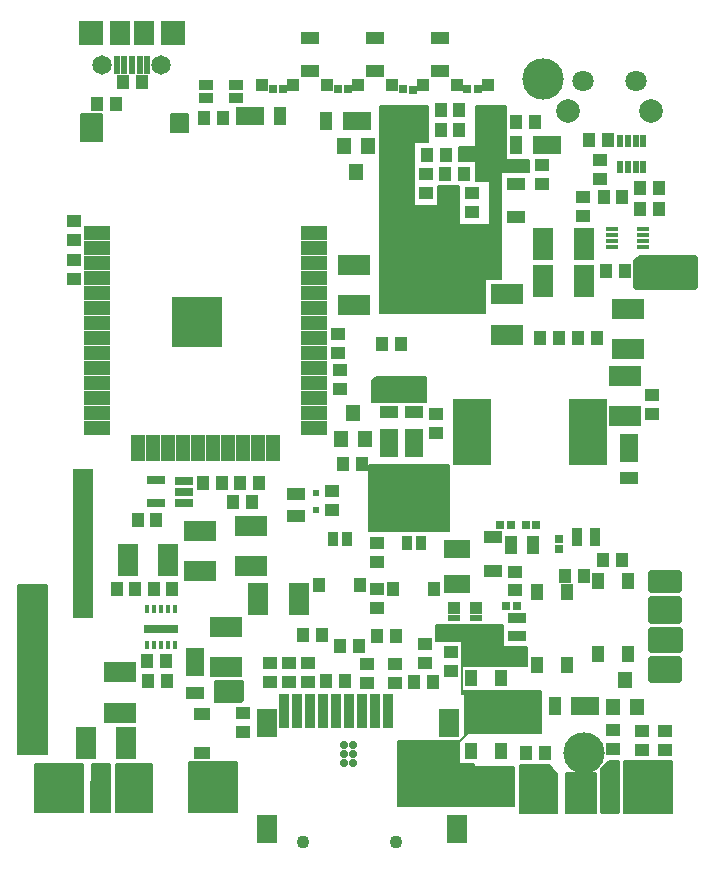
<source format=gbr>
G04 EasyPC Gerber Version 21.0.3 Build 4286 *
G04 #@! TF.Part,Single*
G04 #@! TF.FileFunction,Soldermask,Top *
G04 #@! TF.FilePolarity,Negative *
%FSLAX35Y35*%
%MOIN*%
G04 #@! TA.AperFunction,SMDPad*
%ADD125R,0.01181X0.02559*%
%ADD78R,0.01969X0.03346*%
%ADD76R,0.02126X0.03937*%
%ADD129R,0.02187X0.04387*%
%ADD127R,0.02362X0.06102*%
%ADD131R,0.02559X0.02756*%
%ADD107R,0.02569X0.02756*%
%ADD123R,0.03543X0.04921*%
%ADD121R,0.03543X0.11417*%
%ADD124R,0.03937X0.04724*%
%ADD136R,0.03987X0.05487*%
%ADD130R,0.04134X0.04331*%
%ADD19R,0.04331X0.04724*%
%ADD25R,0.04331X0.06299*%
%ADD116R,0.04724X0.08661*%
%ADD73R,0.04787X0.05587*%
G04 #@! TA.AperFunction,ComponentPad*
%ADD82R,0.05906X0.12598*%
G04 #@! TA.AperFunction,SMDPad*
%ADD74R,0.06299X0.09449*%
%ADD128R,0.06693X0.08268*%
G04 #@! TA.AperFunction,ComponentPad*
%ADD85R,0.06693X0.10630*%
%ADD72R,0.06787X0.09843*%
G04 #@! TA.AperFunction,SMDPad*
%ADD120R,0.07087X0.09449*%
%ADD118R,0.07087X0.10987*%
G04 #@! TA.AperFunction,ComponentPad*
%ADD84R,0.10630X0.12598*%
G04 #@! TA.AperFunction,SMDPad*
%ADD119R,0.12992X0.22441*%
G04 #@! TA.AperFunction,ComponentPad*
%ADD89R,0.02756X0.02756*%
%ADD92R,0.08268X0.08268*%
G04 #@! TA.AperFunction,SMDPad*
%ADD134R,0.04187X0.01787*%
%ADD137R,0.03346X0.01969*%
%ADD79R,0.03937X0.02126*%
%ADD28R,0.02362X0.02165*%
%ADD111R,0.02756X0.02569*%
%ADD126R,0.11417X0.02756*%
%ADD135R,0.05987X0.02987*%
%ADD132R,0.04606X0.03386*%
%ADD117R,0.16535X0.16535*%
G04 #@! TD.AperFunction*
%ADD10C,0.00500*%
%ADD114C,0.02500*%
G04 #@! TA.AperFunction,ComponentPad*
%ADD90C,0.02756*%
%ADD101C,0.02787*%
G04 #@! TA.AperFunction,WasherPad*
%ADD17C,0.02953*%
G04 #@! TA.AperFunction,ComponentPad*
%ADD29C,0.04331*%
%ADD91C,0.06496*%
%ADD93C,0.07087*%
%ADD94C,0.07874*%
G04 #@! TA.AperFunction,WasherPad*
%ADD18C,0.13780*%
G04 #@! TA.AperFunction,SMDPad*
%ADD70R,0.04724X0.04331*%
%ADD75R,0.06299X0.04331*%
%ADD26R,0.05591X0.04370*%
%ADD112R,0.06299X0.04370*%
%ADD115R,0.08661X0.04724*%
%ADD133R,0.09055X0.05906*%
%ADD24R,0.09449X0.06299*%
%ADD122R,0.10987X0.07087*%
G04 #@! TA.AperFunction,ComponentPad*
%ADD86R,0.12598X0.10630*%
%ADD88R,0.16535X0.10630*%
%ADD87R,0.12598X0.12598*%
%ADD83R,0.16535X0.12598*%
X0Y0D02*
D02*
D10*
X10545Y48504D02*
X703D01*
Y104724*
X10545*
Y48504*
G36*
X703*
Y104724*
X10545*
Y48504*
G37*
X21766Y261949D02*
Y252992D01*
X28774*
Y261949*
X21766*
G36*
Y252992*
X28774*
Y261949*
X21766*
G37*
X22356Y29213D02*
X6372D01*
Y45197*
X22356*
Y29213*
G36*
X6372*
Y45197*
X22356*
Y29213*
G37*
X31333Y29134D02*
X25427D01*
Y45197*
X31333*
Y29134*
G36*
X25427*
Y45197*
X31333*
Y29134*
G37*
X45506D02*
X33459D01*
Y45276*
X45506*
Y29134*
G36*
X33459*
Y45276*
X45506*
Y29134*
G37*
X51726Y261890D02*
Y255748D01*
X57474*
Y261890*
X51726*
G36*
Y255748*
X57474*
Y261890*
X51726*
G37*
X66549Y72992D02*
X75644D01*
Y66654*
X74955Y65965*
X66549*
Y72992*
G36*
X75644*
Y66654*
X74955Y65965*
X66549*
Y72992*
G37*
X73695Y29291D02*
X57711D01*
Y45984*
X73695*
Y29291*
G36*
X57711*
Y45984*
X73695*
Y29291*
G37*
X117829Y144961D02*
X144404D01*
Y122756*
X117829*
Y144961*
G36*
X144404*
Y122756*
X117829*
Y144961*
G37*
X118675Y172972D02*
Y165984D01*
X136726*
Y174291*
X119994*
X118675Y172972*
G36*
Y165984*
X136726*
Y174291*
X119994*
X118675Y172972*
G37*
X121530Y264646D02*
X137474D01*
Y252677*
X132750*
Y231181*
X140781*
Y237874*
X147789*
Y225039*
X158026*
Y239528*
X153459*
Y246220*
X147789*
Y250945*
X153537*
Y264646*
X163301*
Y246614*
X171175*
Y242441*
X161884*
Y207008*
X156530*
Y195433*
X121530*
Y264646*
G36*
X137474*
Y252677*
X132750*
Y231181*
X140781*
Y237874*
X147789*
Y225039*
X158026*
Y239528*
X153459*
Y246220*
X147789*
Y250945*
X153537*
Y264646*
X163301*
Y246614*
X171175*
Y242441*
X161884*
Y207008*
X156530*
Y195433*
X121530*
Y264646*
G37*
X166057Y31260D02*
X127474D01*
Y52992*
X148262*
X149758Y54488*
Y68583*
X148813*
Y86299*
X140230*
Y91496*
X162593*
Y84331*
X170388*
Y78031*
X148813*
Y69449*
X175033*
Y55591*
X150860*
X147947Y52677*
Y45118*
X152868*
Y44370*
X166057*
Y31260*
G36*
X127474*
Y52992*
X148262*
X149758Y54488*
Y68583*
X148813*
Y86299*
X140230*
Y91496*
X162593*
Y84331*
X170388*
Y78031*
X148813*
Y69449*
X175033*
Y55591*
X150860*
X147947Y52677*
Y45118*
X152868*
Y44370*
X166057*
Y31260*
G37*
X180545Y28976D02*
X168104D01*
Y44803*
X177711*
X180545Y41969*
Y28976*
G36*
X168104*
Y44803*
X177711*
X180545Y41969*
Y28976*
G37*
X193459Y29134D02*
X183380D01*
Y42126*
X193459*
Y29134*
G36*
X183380*
Y42126*
X193459*
Y29134*
G37*
X201175D02*
X195270D01*
Y43701*
X197789Y46220*
X201175*
Y29134*
G36*
X195270*
Y43701*
X197789Y46220*
X201175*
Y29134*
G37*
X218892Y28976D02*
X202750D01*
Y46142*
X218892*
Y28976*
G36*
X202750*
Y46142*
X218892*
Y28976*
G37*
D02*
D17*
X8026Y34803D03*
X8065Y31811D03*
X20565Y95492D03*
Y125315D03*
Y135276D03*
X20585Y115413D03*
X20703Y105512D03*
X28321Y37756D03*
X30073D03*
X44089Y31850D03*
Y34823D03*
X59305Y37343D03*
X59325Y31929D03*
X59344Y34626D03*
X178911Y39783D03*
X179108Y30394D03*
Y32559D03*
Y34724D03*
Y36909D03*
X184581Y39862D03*
X184699Y30236D03*
Y32402D03*
Y34567D03*
Y36752D03*
X196667Y39882D03*
X196687Y30276D03*
Y32441D03*
Y34606D03*
Y36791D03*
X213281Y32441D03*
Y34606D03*
Y36791D03*
X213301Y39862D03*
X216372Y32441D03*
Y34606D03*
Y36772D03*
Y38957D03*
D02*
D18*
X175703Y273602D03*
X189581Y48996D03*
D02*
D19*
X27238Y265197D03*
X33537D03*
X33616Y103543D03*
X35781Y272520D03*
X39915Y103543D03*
X40624Y126614D03*
X42081Y272520D03*
X43774Y79606D03*
X44167Y72992D03*
X45978Y103622D03*
X46923Y126614D03*
X50073Y79606D03*
X50467Y72992D03*
X52278Y103622D03*
X62514Y138976D03*
X62829Y260472D03*
X68813Y138976D03*
X69128Y260472D03*
X72356Y132441D03*
X74876Y138898D03*
X78656Y132441D03*
X81175Y138898D03*
X95742Y88110D03*
X102041D03*
X103380Y72913D03*
X108104Y84488D03*
X109049Y145118D03*
X109679Y72913D03*
X114404Y84488D03*
X115348Y145118D03*
X120467Y87795D03*
X122199Y185118D03*
X126766Y87795D03*
X128498Y185118D03*
X132671Y72598D03*
X137238Y248268D03*
X138970Y72598D03*
X141648Y256693D03*
Y263150D03*
X143144Y241811D03*
X143537Y248268D03*
X147947Y256693D03*
Y263150D03*
X149443Y241811D03*
X166844Y259331D03*
X170152Y48740D03*
X173144Y259331D03*
X174915Y187283D03*
X176451Y48740D03*
X181215Y187283D03*
X183222Y107874D03*
X187317Y187283D03*
X189522Y107874D03*
X191018Y253150D03*
X193616Y187283D03*
X195663Y113071D03*
X195978Y234094D03*
X196923Y209528D03*
X197317Y253150D03*
X201963Y113071D03*
X202278Y234094D03*
X203222Y209528D03*
X207986Y237087D03*
X208104Y230197D03*
X214285Y237087D03*
X214404Y230197D03*
D02*
D70*
X19364Y219764D03*
Y226063D03*
X19443Y206772D03*
Y213071D03*
X75742Y55827D03*
Y62126D03*
X84640Y72598D03*
Y78898D03*
X91096Y72598D03*
Y78898D03*
X97553Y72598D03*
Y78898D03*
X105427Y129764D03*
Y136063D03*
X107396Y182362D03*
Y188661D03*
X108026Y170079D03*
Y176378D03*
X117238Y72126D03*
Y78425D03*
X120309Y97165D03*
Y103465D03*
Y112598D03*
Y118898D03*
X126293Y72205D03*
Y78504D03*
X136293Y78976D03*
Y85276D03*
X136844Y235591D03*
Y241890D03*
X140073Y155689D03*
Y161988D03*
X145191Y76220D03*
Y82520D03*
X151963Y229134D03*
Y235433D03*
X166293Y103071D03*
Y109370D03*
X175427Y238425D03*
Y244724D03*
X189089Y228031D03*
Y234331D03*
X194797Y240315D03*
Y246614D03*
X199128Y50079D03*
Y56378D03*
X208813Y49921D03*
Y56220D03*
X211963Y161811D03*
Y168110D03*
X216451Y49921D03*
Y56220D03*
D02*
D24*
X78242Y261201D03*
X113636Y259508D03*
X176982Y251555D03*
X189856Y64390D03*
D02*
D25*
X88281Y261201D03*
X103596Y259508D03*
X166943Y251555D03*
X179817Y64390D03*
D02*
D26*
X62120Y48740D03*
Y61732D03*
D02*
D28*
X99994Y129764D03*
Y135472D03*
D02*
D29*
X95762Y19272D03*
X126864D03*
D02*
D72*
X22455Y98917D03*
Y108839D03*
Y118799D03*
Y128740D03*
Y138681D03*
D02*
D73*
X108435Y153653D03*
X109537Y251229D03*
X112435Y162353D03*
X113537Y242529D03*
X116435Y153653D03*
X117537Y251229D03*
X199222Y64361D03*
X203222Y73061D03*
X207222Y64361D03*
D02*
D74*
X59620Y79075D03*
X124423Y152343D03*
X132888D03*
X204344Y150571D03*
D02*
D75*
X59620Y69035D03*
X124423Y162382D03*
X132888D03*
X204344Y140531D03*
D02*
D76*
X91301Y127890D03*
Y135370D03*
X93427Y127890D03*
Y135370D03*
X95553Y127890D03*
Y135370D03*
D02*
D78*
X165112Y87815D03*
Y93917D03*
X167081Y87815D03*
Y93917D03*
X169049Y87815D03*
Y93917D03*
D02*
D79*
X146073Y93969D03*
Y96094D03*
Y98220D03*
X153553Y93969D03*
Y96094D03*
Y98220D03*
X165018Y116110D03*
Y118236D03*
Y120362D03*
X172498Y116110D03*
Y118236D03*
Y120362D03*
D02*
D82*
X198183Y35039D03*
D02*
D83*
X65722Y35197D03*
X210841Y35039D03*
D02*
D84*
X188439D03*
D02*
D85*
X28183Y34154D03*
D02*
D86*
X39482Y34134D03*
D02*
D87*
X174266Y35118D03*
D02*
D88*
X14344Y34134D03*
D02*
D89*
X127533Y130591D03*
X127553Y140571D03*
X135703Y130492D03*
X135722Y140531D03*
D02*
D90*
X44285Y90335D03*
X48341D03*
X52396D03*
D02*
D91*
X28892Y278268D03*
X48577D03*
D02*
D92*
X24955Y288898D03*
X52514D03*
D02*
D93*
X189108Y273012D03*
X206825D03*
D02*
D94*
X184187Y262776D03*
X211746D03*
D02*
D101*
X109409Y45404D03*
Y48504D03*
Y51604D03*
X112459Y45404D03*
Y48504D03*
Y51604D03*
D02*
D107*
X161519Y124759D03*
X163578Y97760D03*
X165072Y124759D03*
X167130Y97760D03*
X169956Y124847D03*
X173508D03*
D02*
D111*
X181219Y116801D03*
Y120354D03*
D02*
D112*
X98144Y276220D03*
Y287244D03*
X119797Y276220D03*
Y287244D03*
X141451Y276220D03*
Y287244D03*
X159049Y109685D03*
Y120709D03*
X166687Y227402D03*
Y238425D03*
D02*
D114*
X208341Y213701D02*
X225978D01*
Y204567*
X207159*
Y212520*
X208341Y213701*
G36*
X225978*
Y204567*
X207159*
Y212520*
X208341Y213701*
G37*
X212179Y79902D02*
X220939D01*
Y73701*
X212179*
Y79902*
G36*
X220939*
Y73701*
X212179*
Y79902*
G37*
Y99783D02*
X220939D01*
Y93150*
X212179*
Y99783*
G36*
X220939*
Y93150*
X212179*
Y99783*
G37*
Y108563D02*
X220821D01*
Y103504*
X212179*
Y108563*
G36*
X220821*
Y103504*
X212179*
Y108563*
G37*
X212199Y89705D02*
X220959D01*
Y83504*
X212199*
Y89705*
G36*
X220959*
Y83504*
X212199*
Y89705*
G37*
D02*
D115*
X27278Y157146D03*
Y162146D03*
Y167146D03*
Y172146D03*
Y177146D03*
Y182146D03*
Y187146D03*
Y192146D03*
Y197146D03*
Y202146D03*
Y207146D03*
Y212146D03*
Y217146D03*
Y222146D03*
X99325Y157146D03*
Y162146D03*
Y167146D03*
Y172146D03*
Y177146D03*
Y182146D03*
Y187146D03*
Y192146D03*
Y197146D03*
Y202146D03*
Y207146D03*
Y212146D03*
Y217146D03*
Y222146D03*
D02*
D116*
X40801Y150669D03*
X45801D03*
X50801D03*
X55801D03*
X60801D03*
X65801D03*
X70801D03*
X75801D03*
X80801D03*
X85801D03*
D02*
D117*
X60309Y192421D03*
D02*
D118*
X23373Y52047D03*
X36773D03*
X37310Y113071D03*
X50710D03*
X80932Y100315D03*
X94332D03*
X175893Y206181D03*
Y218583D03*
X189293Y206181D03*
Y218583D03*
D02*
D119*
X152179Y155728D03*
X190762D03*
D02*
D120*
X83656Y23602D03*
Y59035D03*
X144285D03*
X147041Y23602D03*
D02*
D121*
X89561Y62972D03*
X93892D03*
X98222D03*
X102553D03*
X106884D03*
X111215D03*
X115545D03*
X119876D03*
X124207D03*
D02*
D122*
X34797Y62355D03*
Y75755D03*
X61490Y109599D03*
Y122999D03*
X70073Y77631D03*
Y91031D03*
X78498Y111253D03*
Y124653D03*
X112829Y198103D03*
Y211503D03*
X163695Y188339D03*
Y201739D03*
X202986Y161174D03*
Y174574D03*
X204167Y183615D03*
Y197015D03*
D02*
D123*
X105683Y120128D03*
X110407D03*
X130309Y118927D03*
X135033D03*
D02*
D124*
X101136Y104872D03*
X114915D03*
X125762Y103671D03*
X139541D03*
D02*
D125*
X43616Y85020D03*
Y97028D03*
X45978Y85020D03*
Y97028D03*
X48341Y85020D03*
Y97028D03*
X50703Y85020D03*
Y97028D03*
X53065Y85020D03*
Y97028D03*
D02*
D126*
X48341Y90236D03*
D02*
D127*
X33616Y278268D03*
X36175D03*
X38734D03*
X41293D03*
X43852D03*
D02*
D128*
X34797Y288898D03*
X42671D03*
D02*
D129*
X201589Y244204D03*
Y252804D03*
X204148Y244204D03*
Y252804D03*
X206707Y244204D03*
Y252804D03*
X209266Y244204D03*
Y252804D03*
D02*
D130*
X82100Y271535D03*
X92533D03*
X103754D03*
X114187D03*
X125407Y271457D03*
X135841D03*
X147061Y271535D03*
X157494D03*
D02*
D131*
X85644Y270157D03*
X88990Y270059D03*
X107297Y270157D03*
X110644Y270059D03*
X128951Y270079D03*
X132297Y269980D03*
X150604Y270157D03*
X153951Y270059D03*
D02*
D132*
X63301Y267343D03*
Y271437D03*
X73537Y267343D03*
Y271437D03*
D02*
D133*
X147159Y105197D03*
Y117008D03*
D02*
D134*
X198849Y217520D03*
Y219488D03*
Y221457D03*
Y223425D03*
X209249Y217520D03*
Y219488D03*
Y221457D03*
Y223425D03*
D02*
D135*
X46869Y132234D03*
Y139734D03*
X56269Y132284D03*
Y135984D03*
Y139684D03*
D02*
D136*
X151766Y49626D03*
Y73839D03*
X161766Y49626D03*
Y73839D03*
X173734Y78366D03*
Y102579D03*
X183734Y78366D03*
Y102579D03*
X194207Y81831D03*
Y106043D03*
X204207Y81831D03*
Y106043D03*
D02*
D137*
X187100Y118976D03*
Y120945D03*
Y122913D03*
X193203Y118976D03*
Y120945D03*
Y122913D03*
X0Y0D02*
M02*

</source>
